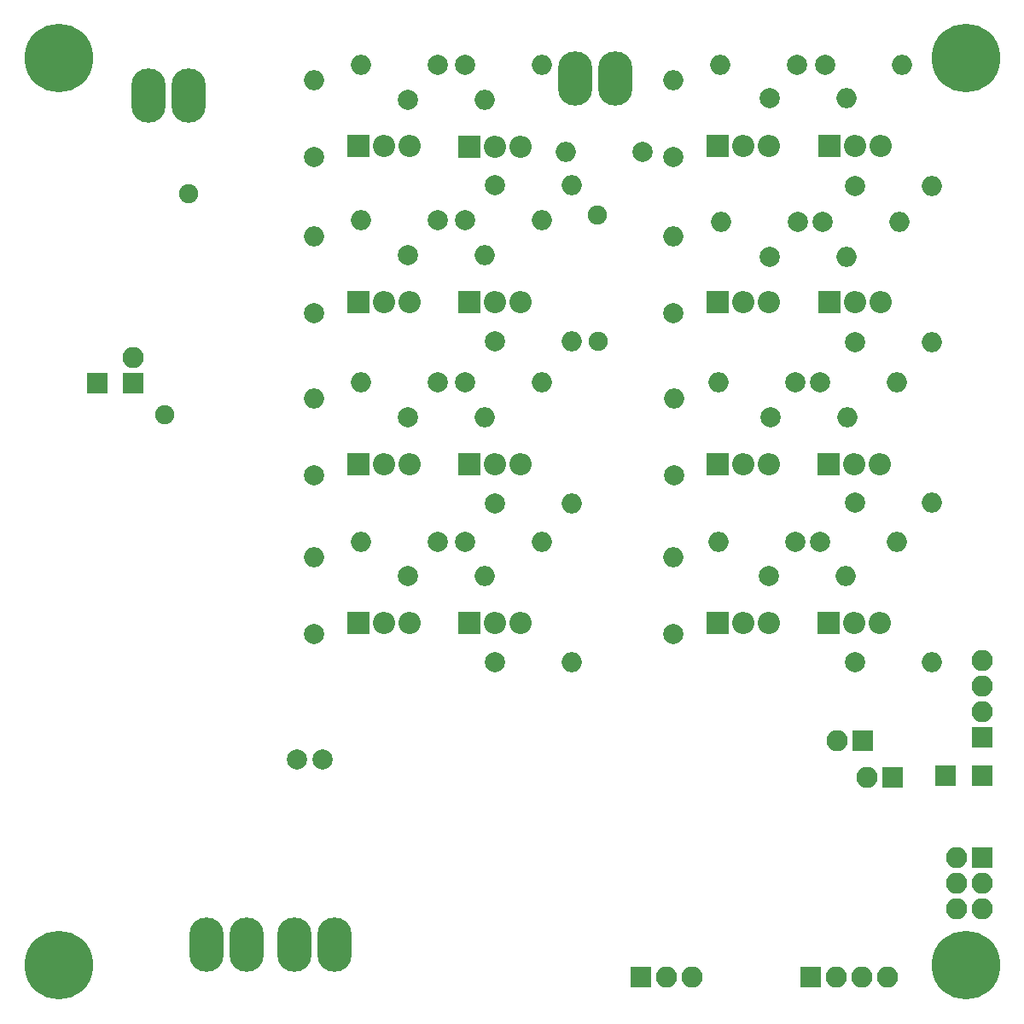
<source format=gbr>
G04 #@! TF.FileFunction,Soldermask,Bot*
%FSLAX46Y46*%
G04 Gerber Fmt 4.6, Leading zero omitted, Abs format (unit mm)*
G04 Created by KiCad (PCBNEW 4.0.2-stable) date 05/10/2017 10:12:02*
%MOMM*%
G01*
G04 APERTURE LIST*
%ADD10C,0.100000*%
%ADD11R,2.100000X2.100000*%
%ADD12O,2.100000X2.100000*%
%ADD13O,3.399740X5.401260*%
%ADD14R,2.200000X2.200000*%
%ADD15O,2.200000X2.200000*%
%ADD16C,2.000000*%
%ADD17O,2.000000X2.000000*%
%ADD18C,6.800000*%
%ADD19C,1.200000*%
%ADD20C,1.900000*%
G04 APERTURE END LIST*
D10*
D11*
X167750000Y-126350000D03*
D12*
X165210000Y-126350000D03*
D11*
X164800000Y-122725000D03*
D12*
X162260000Y-122725000D03*
D13*
X140231200Y-57050000D03*
X136268800Y-57050000D03*
X99668800Y-142925000D03*
X103631200Y-142925000D03*
X108418800Y-142925000D03*
X112381200Y-142925000D03*
X93943800Y-58700000D03*
X97906200Y-58700000D03*
D11*
X159600000Y-146200000D03*
D12*
X162140000Y-146200000D03*
X164680000Y-146200000D03*
X167220000Y-146200000D03*
D11*
X88800000Y-87275000D03*
X172950000Y-126220000D03*
D14*
X150388320Y-63723520D03*
D15*
X152928320Y-63723520D03*
X155468320Y-63723520D03*
D14*
X150373080Y-79181960D03*
D15*
X152913080Y-79181960D03*
X155453080Y-79181960D03*
D14*
X150425000Y-95275000D03*
D15*
X152965000Y-95275000D03*
X155505000Y-95275000D03*
D14*
X150425000Y-111050000D03*
D15*
X152965000Y-111050000D03*
X155505000Y-111050000D03*
D14*
X114700000Y-63725000D03*
D15*
X117240000Y-63725000D03*
X119780000Y-63725000D03*
D14*
X161437320Y-63723520D03*
D15*
X163977320Y-63723520D03*
X166517320Y-63723520D03*
D14*
X161437320Y-79181960D03*
D15*
X163977320Y-79181960D03*
X166517320Y-79181960D03*
D14*
X161425000Y-95275000D03*
D15*
X163965000Y-95275000D03*
X166505000Y-95275000D03*
D14*
X161425000Y-111050000D03*
D15*
X163965000Y-111050000D03*
X166505000Y-111050000D03*
D14*
X125750000Y-63750000D03*
D15*
X128290000Y-63750000D03*
X130830000Y-63750000D03*
D14*
X114700000Y-79181960D03*
D15*
X117240000Y-79181960D03*
X119780000Y-79181960D03*
D14*
X114700000Y-95275000D03*
D15*
X117240000Y-95275000D03*
X119780000Y-95275000D03*
D14*
X114700000Y-111050000D03*
D15*
X117240000Y-111050000D03*
X119780000Y-111050000D03*
D14*
X125750000Y-79181960D03*
D15*
X128290000Y-79181960D03*
X130830000Y-79181960D03*
D14*
X125750000Y-95275000D03*
D15*
X128290000Y-95275000D03*
X130830000Y-95275000D03*
D14*
X125750000Y-111050000D03*
D15*
X128290000Y-111050000D03*
X130830000Y-111050000D03*
D16*
X146011900Y-64838580D03*
D17*
X146011900Y-57218580D03*
D16*
X145991580Y-80291940D03*
D17*
X145991580Y-72671940D03*
D16*
X146050000Y-96375000D03*
D17*
X146050000Y-88755000D03*
D16*
X146000000Y-112150000D03*
D17*
X146000000Y-104530000D03*
D16*
X110325000Y-64825000D03*
D17*
X110325000Y-57205000D03*
D16*
X158231840Y-55676800D03*
D17*
X150611840Y-55676800D03*
D16*
X158325000Y-71250000D03*
D17*
X150705000Y-71250000D03*
D16*
X158125000Y-87175000D03*
D17*
X150505000Y-87175000D03*
D16*
X158075000Y-102950000D03*
D17*
X150455000Y-102950000D03*
D16*
X122650000Y-55675000D03*
D17*
X115030000Y-55675000D03*
D16*
X155549600Y-58988960D03*
D17*
X163169600Y-58988960D03*
D16*
X155549600Y-74700000D03*
D17*
X163169600Y-74700000D03*
D16*
X155599600Y-90650000D03*
D17*
X163219600Y-90650000D03*
D16*
X155500000Y-106400000D03*
D17*
X163120000Y-106400000D03*
D16*
X119625000Y-59125000D03*
D17*
X127245000Y-59125000D03*
D16*
X161036000Y-55676800D03*
D17*
X168656000Y-55676800D03*
D16*
X160825000Y-71250000D03*
D17*
X168445000Y-71250000D03*
D16*
X160575000Y-87175000D03*
D17*
X168195000Y-87175000D03*
D16*
X160575000Y-102950000D03*
D17*
X168195000Y-102950000D03*
D16*
X125350000Y-55675000D03*
D17*
X132970000Y-55675000D03*
D16*
X163975000Y-67700000D03*
D17*
X171595000Y-67700000D03*
D16*
X163975000Y-83150000D03*
D17*
X171595000Y-83150000D03*
D16*
X163975000Y-99075000D03*
D17*
X171595000Y-99075000D03*
D16*
X163975000Y-114925000D03*
D17*
X171595000Y-114925000D03*
D16*
X128300000Y-67600000D03*
D17*
X135920000Y-67600000D03*
D16*
X110325000Y-80300000D03*
D17*
X110325000Y-72680000D03*
D16*
X110300000Y-96375000D03*
D17*
X110300000Y-88755000D03*
D16*
X110325000Y-112150000D03*
D17*
X110325000Y-104530000D03*
D16*
X122650000Y-71075000D03*
D17*
X115030000Y-71075000D03*
D16*
X122650000Y-87175000D03*
D17*
X115030000Y-87175000D03*
D16*
X122650000Y-102950000D03*
D17*
X115030000Y-102950000D03*
D16*
X119625000Y-74525000D03*
D17*
X127245000Y-74525000D03*
D16*
X119625000Y-90650000D03*
D17*
X127245000Y-90650000D03*
D16*
X119625000Y-106400000D03*
D17*
X127245000Y-106400000D03*
D16*
X125350000Y-71075000D03*
D17*
X132970000Y-71075000D03*
D16*
X125350000Y-87175000D03*
D17*
X132970000Y-87175000D03*
D16*
X125350000Y-102950000D03*
D17*
X132970000Y-102950000D03*
D16*
X128300000Y-83075000D03*
D17*
X135920000Y-83075000D03*
D16*
X128300000Y-99175000D03*
D17*
X135920000Y-99175000D03*
D16*
X128300000Y-114925000D03*
D17*
X135920000Y-114925000D03*
D11*
X92425000Y-87275000D03*
D12*
X92425000Y-84735000D03*
D16*
X108675000Y-124550000D03*
X111175000Y-124550000D03*
X142900000Y-64300000D03*
D17*
X135280000Y-64300000D03*
D11*
X142775000Y-146200000D03*
D12*
X145315000Y-146200000D03*
X147855000Y-146200000D03*
D11*
X176600000Y-134350000D03*
D12*
X174060000Y-134350000D03*
X176600000Y-136890000D03*
X174060000Y-136890000D03*
X176600000Y-139430000D03*
X174060000Y-139430000D03*
D18*
X175000000Y-145000000D03*
D19*
X177400000Y-145000000D03*
X176697056Y-146697056D03*
X175000000Y-147400000D03*
X173302944Y-146697056D03*
X172600000Y-145000000D03*
X173302944Y-143302944D03*
X175000000Y-142600000D03*
X176697056Y-143302944D03*
D18*
X175000000Y-55000000D03*
D19*
X177400000Y-55000000D03*
X176697056Y-56697056D03*
X175000000Y-57400000D03*
X173302944Y-56697056D03*
X172600000Y-55000000D03*
X173302944Y-53302944D03*
X175000000Y-52600000D03*
X176697056Y-53302944D03*
D18*
X85000000Y-55000000D03*
D19*
X87400000Y-55000000D03*
X86697056Y-56697056D03*
X85000000Y-57400000D03*
X83302944Y-56697056D03*
X82600000Y-55000000D03*
X83302944Y-53302944D03*
X85000000Y-52600000D03*
X86697056Y-53302944D03*
D18*
X85000000Y-145000000D03*
D19*
X87400000Y-145000000D03*
X86697056Y-146697056D03*
X85000000Y-147400000D03*
X83302944Y-146697056D03*
X82600000Y-145000000D03*
X83302944Y-143302944D03*
X85000000Y-142600000D03*
X86697056Y-143302944D03*
D20*
X97900000Y-68400000D03*
X95500000Y-90360000D03*
X138410000Y-70580000D03*
X138530000Y-83070000D03*
D11*
X176600000Y-126220000D03*
X176600000Y-122410000D03*
D12*
X176600000Y-119870000D03*
X176600000Y-117330000D03*
X176600000Y-114790000D03*
M02*

</source>
